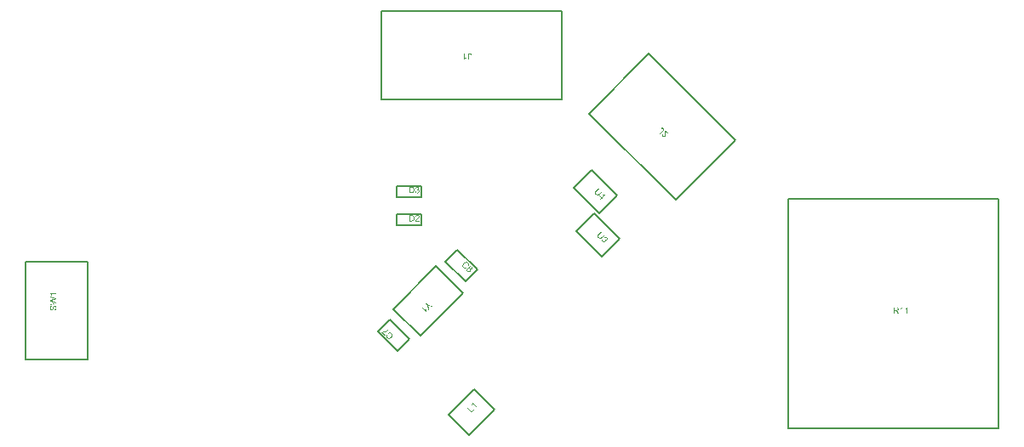
<source format=gbr>
%TF.GenerationSoftware,Altium Limited,Altium Designer,23.6.0 (18)*%
G04 Layer_Color=16711935*
%FSLAX25Y25*%
%MOIN*%
%TF.SameCoordinates,9FC677E3-0757-43A4-AD8A-435CCD31EDD7*%
%TF.FilePolarity,Positive*%
%TF.FileFunction,Other,Top_Assembly*%
%TF.Part,Single*%
G01*
G75*
%TA.AperFunction,NonConductor*%
%ADD61C,0.00787*%
G36*
X59956Y106512D02*
X57987D01*
X57991Y106508D01*
X58005Y106490D01*
X58027Y106468D01*
X58053Y106432D01*
X58085Y106392D01*
X58122Y106341D01*
X58162Y106283D01*
X58202Y106217D01*
Y106213D01*
X58205Y106210D01*
X58220Y106188D01*
X58238Y106151D01*
X58260Y106108D01*
X58286Y106057D01*
X58311Y106002D01*
X58337Y105948D01*
X58358Y105893D01*
X58060D01*
Y105897D01*
X58053Y105904D01*
X58049Y105919D01*
X58038Y105937D01*
X58027Y105959D01*
X58013Y105984D01*
X57976Y106046D01*
X57936Y106119D01*
X57885Y106192D01*
X57827Y106268D01*
X57765Y106344D01*
X57761Y106348D01*
X57758Y106352D01*
X57747Y106363D01*
X57736Y106377D01*
X57700Y106410D01*
X57656Y106454D01*
X57605Y106497D01*
X57547Y106545D01*
X57488Y106585D01*
X57427Y106621D01*
Y106821D01*
X59956D01*
Y106512D01*
D02*
G37*
G36*
Y104779D02*
Y104452D01*
X58038Y103924D01*
X58034D01*
X58027Y103920D01*
X58016Y103917D01*
X57998Y103913D01*
X57958Y103902D01*
X57911Y103891D01*
X57860Y103876D01*
X57812Y103862D01*
X57772Y103851D01*
X57754Y103847D01*
X57743Y103844D01*
X57747D01*
X57750Y103840D01*
X57772Y103837D01*
X57805Y103829D01*
X57845Y103818D01*
X57889Y103807D01*
X57940Y103793D01*
X57991Y103782D01*
X58038Y103767D01*
X59956Y103236D01*
Y102886D01*
X57437Y102228D01*
Y102573D01*
X59090Y102948D01*
X59094D01*
X59101Y102952D01*
X59115Y102956D01*
X59134Y102959D01*
X59159Y102963D01*
X59185Y102970D01*
X59217Y102978D01*
X59254Y102985D01*
X59330Y103003D01*
X59418Y103021D01*
X59512Y103039D01*
X59607Y103058D01*
X59603D01*
X59589Y103061D01*
X59570Y103068D01*
X59541Y103072D01*
X59512Y103079D01*
X59476Y103090D01*
X59396Y103109D01*
X59316Y103130D01*
X59276Y103138D01*
X59239Y103149D01*
X59206Y103156D01*
X59177Y103163D01*
X59156Y103170D01*
X59141Y103174D01*
X57437Y103651D01*
Y104055D01*
X58715Y104412D01*
X58719D01*
X58737Y104419D01*
X58762Y104426D01*
X58795Y104434D01*
X58839Y104444D01*
X58886Y104459D01*
X58941Y104473D01*
X59003Y104488D01*
X59072Y104506D01*
X59141Y104521D01*
X59290Y104554D01*
X59447Y104586D01*
X59607Y104612D01*
X59603D01*
X59596Y104615D01*
X59581D01*
X59563Y104623D01*
X59541Y104626D01*
X59516Y104634D01*
X59483Y104637D01*
X59447Y104648D01*
X59367Y104666D01*
X59272Y104688D01*
X59170Y104710D01*
X59057Y104739D01*
X57437Y105132D01*
Y105471D01*
X59956Y104779D01*
D02*
G37*
G36*
X59323Y101995D02*
X59374Y101987D01*
X59432Y101973D01*
X59494Y101955D01*
X59560Y101926D01*
X59629Y101885D01*
X59632D01*
X59636Y101882D01*
X59658Y101864D01*
X59691Y101838D01*
X59727Y101802D01*
X59771Y101754D01*
X59818Y101696D01*
X59862Y101631D01*
X59902Y101554D01*
Y101551D01*
X59905Y101543D01*
X59909Y101532D01*
X59916Y101518D01*
X59924Y101496D01*
X59935Y101470D01*
X59949Y101412D01*
X59967Y101343D01*
X59986Y101259D01*
X59996Y101168D01*
X60000Y101070D01*
Y101012D01*
X59996Y100983D01*
Y100950D01*
X59993Y100914D01*
X59989Y100870D01*
X59974Y100779D01*
X59960Y100684D01*
X59935Y100590D01*
X59902Y100499D01*
Y100495D01*
X59898Y100488D01*
X59891Y100477D01*
X59884Y100462D01*
X59862Y100419D01*
X59829Y100368D01*
X59785Y100309D01*
X59734Y100248D01*
X59672Y100189D01*
X59603Y100135D01*
X59600D01*
X59592Y100127D01*
X59581Y100124D01*
X59567Y100113D01*
X59549Y100106D01*
X59527Y100095D01*
X59472Y100069D01*
X59403Y100044D01*
X59327Y100022D01*
X59239Y100007D01*
X59148Y100000D01*
X59119Y100313D01*
X59123D01*
X59126D01*
X59137Y100317D01*
X59152D01*
X59185Y100324D01*
X59232Y100335D01*
X59279Y100349D01*
X59334Y100364D01*
X59385Y100389D01*
X59432Y100415D01*
X59436Y100419D01*
X59450Y100429D01*
X59476Y100448D01*
X59501Y100477D01*
X59534Y100513D01*
X59567Y100553D01*
X59600Y100608D01*
X59629Y100666D01*
Y100670D01*
X59632Y100673D01*
X59636Y100684D01*
X59640Y100695D01*
X59651Y100732D01*
X59665Y100779D01*
X59680Y100837D01*
X59691Y100903D01*
X59698Y100976D01*
X59702Y101056D01*
Y101088D01*
X59698Y101125D01*
X59694Y101168D01*
X59687Y101219D01*
X59680Y101278D01*
X59665Y101336D01*
X59647Y101390D01*
X59643Y101398D01*
X59636Y101416D01*
X59622Y101441D01*
X59607Y101474D01*
X59581Y101507D01*
X59556Y101543D01*
X59527Y101580D01*
X59490Y101609D01*
X59487Y101612D01*
X59472Y101620D01*
X59454Y101631D01*
X59425Y101645D01*
X59396Y101660D01*
X59359Y101671D01*
X59319Y101678D01*
X59276Y101682D01*
X59272D01*
X59254D01*
X59232Y101678D01*
X59203Y101674D01*
X59174Y101663D01*
X59137Y101653D01*
X59101Y101634D01*
X59068Y101609D01*
X59065Y101605D01*
X59054Y101594D01*
X59039Y101580D01*
X59017Y101554D01*
X58995Y101525D01*
X58970Y101485D01*
X58944Y101438D01*
X58923Y101383D01*
X58919Y101380D01*
X58915Y101361D01*
X58904Y101332D01*
X58901Y101314D01*
X58894Y101288D01*
X58883Y101263D01*
X58875Y101230D01*
X58864Y101194D01*
X58853Y101150D01*
X58842Y101107D01*
X58828Y101056D01*
X58813Y100997D01*
X58799Y100935D01*
Y100932D01*
X58795Y100921D01*
X58792Y100903D01*
X58784Y100881D01*
X58777Y100852D01*
X58770Y100819D01*
X58748Y100746D01*
X58722Y100666D01*
X58697Y100582D01*
X58671Y100510D01*
X58657Y100477D01*
X58642Y100448D01*
Y100444D01*
X58639Y100440D01*
X58624Y100419D01*
X58606Y100386D01*
X58577Y100349D01*
X58544Y100306D01*
X58504Y100262D01*
X58457Y100218D01*
X58406Y100182D01*
X58398Y100178D01*
X58380Y100167D01*
X58351Y100153D01*
X58315Y100138D01*
X58267Y100124D01*
X58213Y100109D01*
X58154Y100098D01*
X58093Y100095D01*
X58089D01*
X58085D01*
X58074D01*
X58060D01*
X58024Y100102D01*
X57976Y100109D01*
X57922Y100120D01*
X57860Y100138D01*
X57798Y100164D01*
X57736Y100200D01*
X57732D01*
X57729Y100204D01*
X57707Y100222D01*
X57678Y100248D01*
X57641Y100280D01*
X57601Y100324D01*
X57558Y100379D01*
X57518Y100444D01*
X57481Y100517D01*
Y100521D01*
X57477Y100528D01*
X57474Y100539D01*
X57467Y100553D01*
X57459Y100571D01*
X57452Y100597D01*
X57437Y100652D01*
X57423Y100721D01*
X57408Y100801D01*
X57397Y100884D01*
X57394Y100979D01*
Y101026D01*
X57397Y101052D01*
Y101077D01*
X57405Y101147D01*
X57416Y101223D01*
X57434Y101303D01*
X57456Y101390D01*
X57485Y101470D01*
Y101474D01*
X57488Y101481D01*
X57496Y101492D01*
X57503Y101507D01*
X57521Y101543D01*
X57554Y101591D01*
X57590Y101645D01*
X57638Y101700D01*
X57692Y101751D01*
X57754Y101798D01*
X57758D01*
X57761Y101802D01*
X57772Y101809D01*
X57783Y101816D01*
X57820Y101834D01*
X57867Y101856D01*
X57925Y101882D01*
X57994Y101900D01*
X58067Y101918D01*
X58147Y101926D01*
X58173Y101605D01*
X58169D01*
X58162D01*
X58151Y101602D01*
X58133Y101598D01*
X58093Y101587D01*
X58038Y101572D01*
X57980Y101551D01*
X57922Y101518D01*
X57867Y101478D01*
X57816Y101427D01*
X57812Y101420D01*
X57798Y101401D01*
X57776Y101365D01*
X57754Y101318D01*
X57732Y101256D01*
X57710Y101183D01*
X57696Y101092D01*
X57692Y100990D01*
Y100939D01*
X57696Y100917D01*
X57700Y100888D01*
X57707Y100823D01*
X57721Y100750D01*
X57740Y100677D01*
X57769Y100608D01*
X57787Y100579D01*
X57805Y100550D01*
X57809Y100542D01*
X57823Y100528D01*
X57849Y100506D01*
X57878Y100484D01*
X57918Y100459D01*
X57962Y100437D01*
X58013Y100422D01*
X58071Y100415D01*
X58078D01*
X58093D01*
X58118Y100419D01*
X58147Y100426D01*
X58184Y100437D01*
X58220Y100455D01*
X58257Y100477D01*
X58293Y100510D01*
X58297Y100513D01*
X58307Y100531D01*
X58318Y100546D01*
X58326Y100560D01*
X58337Y100582D01*
X58351Y100608D01*
X58362Y100641D01*
X58377Y100677D01*
X58391Y100717D01*
X58409Y100764D01*
X58424Y100815D01*
X58442Y100874D01*
X58457Y100939D01*
X58475Y101012D01*
Y101015D01*
X58478Y101030D01*
X58482Y101052D01*
X58489Y101077D01*
X58497Y101110D01*
X58508Y101150D01*
X58519Y101190D01*
X58530Y101234D01*
X58555Y101329D01*
X58580Y101420D01*
X58595Y101463D01*
X58610Y101503D01*
X58621Y101540D01*
X58635Y101569D01*
Y101572D01*
X58639Y101580D01*
X58646Y101591D01*
X58653Y101605D01*
X58675Y101645D01*
X58704Y101693D01*
X58744Y101747D01*
X58788Y101802D01*
X58839Y101853D01*
X58894Y101896D01*
X58901Y101900D01*
X58919Y101915D01*
X58952Y101929D01*
X58995Y101951D01*
X59046Y101969D01*
X59108Y101987D01*
X59177Y101998D01*
X59250Y102002D01*
X59254D01*
X59258D01*
X59268D01*
X59283D01*
X59323Y101995D01*
D02*
G37*
G36*
X190001Y92329D02*
X189999Y92327D01*
X189991Y92319D01*
X189980Y92309D01*
X189962Y92296D01*
X189942Y92275D01*
X189914Y92252D01*
X189883Y92226D01*
X189849Y92198D01*
X189808Y92167D01*
X189767Y92136D01*
X189715Y92100D01*
X189664Y92064D01*
X189610Y92026D01*
X189548Y91984D01*
X189417Y91905D01*
X189414Y91902D01*
X189401Y91894D01*
X189381Y91884D01*
X189350Y91869D01*
X189316Y91851D01*
X189275Y91830D01*
X189229Y91804D01*
X189175Y91781D01*
X189116Y91753D01*
X189057Y91725D01*
X188920Y91665D01*
X188771Y91609D01*
X188616Y91557D01*
X188611D01*
X188596Y91552D01*
X188575Y91547D01*
X188544Y91537D01*
X188508Y91526D01*
X188462Y91516D01*
X188413Y91503D01*
X188359Y91490D01*
X188235Y91465D01*
X188107Y91439D01*
X187968Y91418D01*
X187831Y91405D01*
X188704Y90533D01*
X188493Y90322D01*
X187340Y91475D01*
X187512Y91647D01*
X187548D01*
X187574Y91653D01*
X187607Y91655D01*
X187649D01*
X187695Y91660D01*
X187749Y91668D01*
X187803Y91676D01*
X187867Y91683D01*
X187937Y91696D01*
X188006Y91709D01*
X188084Y91725D01*
X188163Y91743D01*
X188248Y91766D01*
X188333Y91789D01*
X188338D01*
X188354Y91794D01*
X188377Y91802D01*
X188413Y91812D01*
X188454Y91827D01*
X188501Y91843D01*
X188555Y91861D01*
X188614Y91884D01*
X188681Y91910D01*
X188750Y91933D01*
X188822Y91964D01*
X188897Y91997D01*
X189049Y92067D01*
X189206Y92147D01*
X189208Y92149D01*
X189219Y92154D01*
X189234Y92165D01*
X189255Y92175D01*
X189280Y92190D01*
X189311Y92211D01*
X189347Y92232D01*
X189383Y92257D01*
X189427Y92286D01*
X189473Y92317D01*
X189569Y92386D01*
X189672Y92463D01*
X189777Y92553D01*
X190001Y92329D01*
D02*
G37*
G36*
X190614Y91475D02*
X190629D01*
X190647Y91467D01*
X190670Y91465D01*
X190704Y91457D01*
X190737Y91449D01*
X190778Y91434D01*
X190820Y91418D01*
X190868Y91400D01*
X190917Y91377D01*
X190969Y91351D01*
X191023Y91323D01*
X191077Y91290D01*
X191129Y91248D01*
X191182Y91205D01*
X191237Y91156D01*
X191265Y91127D01*
X191283Y91104D01*
X191306Y91081D01*
X191332Y91050D01*
X191358Y91014D01*
X191388Y90973D01*
X191450Y90886D01*
X191507Y90788D01*
X191556Y90682D01*
X191574Y90628D01*
X191589Y90571D01*
Y90566D01*
X191592Y90559D01*
X191594Y90541D01*
Y90520D01*
X191600Y90494D01*
X191602Y90461D01*
X191605Y90422D01*
Y90381D01*
X191602Y90337D01*
Y90291D01*
X191589Y90185D01*
X191563Y90072D01*
X191525Y89956D01*
X191522Y89954D01*
X191520Y89941D01*
X191509Y89925D01*
X191502Y89902D01*
X191486Y89877D01*
X191468Y89843D01*
X191450Y89804D01*
X191427Y89766D01*
X191401Y89725D01*
X191373Y89676D01*
X191306Y89583D01*
X191226Y89483D01*
X191139Y89385D01*
X191136Y89382D01*
X191126Y89372D01*
X191111Y89357D01*
X191090Y89341D01*
X191064Y89315D01*
X191036Y89292D01*
X191000Y89261D01*
X190961Y89233D01*
X190874Y89171D01*
X190773Y89107D01*
X190665Y89050D01*
X190549Y89007D01*
X190544D01*
X190534Y89001D01*
X190518Y88996D01*
X190495Y88994D01*
X190467Y88986D01*
X190434Y88978D01*
X190354Y88965D01*
X190259Y88958D01*
X190155D01*
X190045Y88965D01*
X189932Y88991D01*
X189927D01*
X189916Y88996D01*
X189901Y89001D01*
X189880Y89007D01*
X189852Y89019D01*
X189823Y89032D01*
X189787Y89048D01*
X189749Y89066D01*
X189708Y89086D01*
X189664Y89109D01*
X189576Y89166D01*
X189481Y89236D01*
X189391Y89315D01*
X189365Y89341D01*
X189350Y89362D01*
X189329Y89388D01*
X189304Y89418D01*
X189278Y89449D01*
X189252Y89490D01*
X189198Y89575D01*
X189144Y89676D01*
X189121Y89730D01*
X189103Y89784D01*
X189090Y89843D01*
X189077Y89902D01*
Y89907D01*
X189075Y89915D01*
X189072Y89933D01*
Y89959D01*
Y89985D01*
Y90021D01*
X189075Y90059D01*
Y90101D01*
X189080Y90147D01*
X189090Y90198D01*
X189098Y90252D01*
X189111Y90306D01*
X189131Y90363D01*
X189149Y90422D01*
X189175Y90479D01*
X189206Y90541D01*
X189491Y90363D01*
X189489Y90360D01*
X189486Y90353D01*
X189481Y90337D01*
X189473Y90319D01*
X189463Y90299D01*
X189450Y90270D01*
X189430Y90209D01*
X189409Y90136D01*
X189394Y90059D01*
X189389Y89977D01*
X189391Y89897D01*
Y89887D01*
X189396Y89861D01*
X189409Y89823D01*
X189425Y89771D01*
X189453Y89712D01*
X189486Y89648D01*
X189535Y89578D01*
X189597Y89511D01*
X189618Y89490D01*
X189633Y89480D01*
X189651Y89462D01*
X189674Y89444D01*
X189731Y89403D01*
X189795Y89359D01*
X189870Y89321D01*
X189955Y89287D01*
X190042Y89267D01*
X190045Y89264D01*
X190053Y89267D01*
X190084Y89261D01*
X190127Y89259D01*
X190186Y89261D01*
X190259Y89267D01*
X190333Y89279D01*
X190416Y89305D01*
X190500Y89339D01*
X190503Y89341D01*
X190511Y89344D01*
X190521Y89349D01*
X190536Y89359D01*
X190557Y89369D01*
X190580Y89382D01*
X190632Y89418D01*
X190693Y89460D01*
X190760Y89506D01*
X190827Y89562D01*
X190897Y89627D01*
X190899Y89629D01*
X190907Y89637D01*
X190920Y89650D01*
X190935Y89666D01*
X190951Y89686D01*
X190974Y89709D01*
X190997Y89737D01*
X191023Y89768D01*
X191077Y89838D01*
X191131Y89918D01*
X191182Y90000D01*
X191229Y90088D01*
X191231Y90090D01*
X191234Y90098D01*
X191237Y90111D01*
X191244Y90129D01*
X191260Y90175D01*
X191273Y90234D01*
X191286Y90304D01*
X191293Y90384D01*
X191291Y90463D01*
X191278Y90548D01*
X191275Y90551D01*
X191273Y90559D01*
X191270Y90571D01*
X191265Y90587D01*
X191257Y90605D01*
X191250Y90628D01*
X191229Y90680D01*
X191198Y90741D01*
X191159Y90806D01*
X191113Y90873D01*
X191056Y90934D01*
X191038Y90952D01*
X191020Y90965D01*
X191002Y90983D01*
X190982Y90999D01*
X190925Y91035D01*
X190858Y91076D01*
X190784Y91109D01*
X190699Y91138D01*
X190655Y91151D01*
X190609Y91156D01*
X190583D01*
X190565Y91158D01*
X190542Y91156D01*
X190513Y91153D01*
X190482D01*
X190449Y91145D01*
X190410Y91138D01*
X190367Y91130D01*
X190325Y91120D01*
X190279Y91104D01*
X190233Y91084D01*
X190184Y91061D01*
X190132Y91035D01*
X190081Y91004D01*
X189903Y91300D01*
X189906Y91302D01*
X189919Y91310D01*
X189939Y91321D01*
X189968Y91333D01*
X189999Y91349D01*
X190037Y91367D01*
X190081Y91385D01*
X190130Y91403D01*
X190238Y91439D01*
X190356Y91465D01*
X190421Y91472D01*
X190485Y91480D01*
X190547D01*
X190614Y91475D01*
D02*
G37*
G36*
X221878Y200962D02*
X221907Y200958D01*
X221936Y200955D01*
X222012Y200940D01*
X222092Y200918D01*
X222176Y200886D01*
X222220Y200864D01*
X222260Y200838D01*
X222296Y200809D01*
X222333Y200776D01*
X222336Y200773D01*
X222340Y200769D01*
X222347Y200754D01*
X222358Y200740D01*
X222373Y200722D01*
X222387Y200696D01*
X222402Y200667D01*
X222420Y200634D01*
X222434Y200598D01*
X222449Y200554D01*
X222464Y200511D01*
X222478Y200460D01*
X222485Y200405D01*
X222496Y200343D01*
X222500Y200281D01*
Y200212D01*
X222198Y200168D01*
Y200172D01*
Y200179D01*
Y200194D01*
X222194Y200216D01*
X222191Y200238D01*
Y200263D01*
X222180Y200325D01*
X222169Y200391D01*
X222147Y200456D01*
X222125Y200514D01*
X222111Y200540D01*
X222092Y200562D01*
X222089Y200565D01*
X222074Y200576D01*
X222052Y200594D01*
X222023Y200612D01*
X221983Y200634D01*
X221939Y200649D01*
X221885Y200663D01*
X221827Y200667D01*
X221805D01*
X221783Y200663D01*
X221750Y200660D01*
X221717Y200653D01*
X221681Y200645D01*
X221645Y200631D01*
X221608Y200612D01*
X221605Y200609D01*
X221594Y200602D01*
X221579Y200587D01*
X221557Y200572D01*
X221539Y200547D01*
X221517Y200521D01*
X221499Y200492D01*
X221484Y200456D01*
Y200452D01*
X221477Y200438D01*
X221474Y200412D01*
X221466Y200380D01*
X221459Y200336D01*
X221455Y200281D01*
X221448Y200216D01*
Y200139D01*
Y198403D01*
X221113D01*
Y200121D01*
Y200125D01*
Y200136D01*
Y200150D01*
Y200172D01*
X221117Y200201D01*
Y200230D01*
X221124Y200300D01*
X221131Y200380D01*
X221146Y200463D01*
X221168Y200540D01*
X221193Y200612D01*
Y200616D01*
X221197Y200620D01*
X221208Y200642D01*
X221226Y200671D01*
X221252Y200711D01*
X221288Y200751D01*
X221328Y200795D01*
X221379Y200838D01*
X221437Y200875D01*
X221444Y200878D01*
X221466Y200889D01*
X221499Y200904D01*
X221546Y200918D01*
X221605Y200937D01*
X221670Y200951D01*
X221743Y200962D01*
X221823Y200966D01*
X221856D01*
X221878Y200962D01*
D02*
G37*
G36*
X219839Y198953D02*
X219843Y198956D01*
X219861Y198971D01*
X219883Y198993D01*
X219919Y199018D01*
X219959Y199051D01*
X220010Y199087D01*
X220069Y199127D01*
X220134Y199168D01*
X220138D01*
X220141Y199171D01*
X220163Y199186D01*
X220199Y199204D01*
X220243Y199226D01*
X220294Y199251D01*
X220349Y199277D01*
X220403Y199302D01*
X220458Y199324D01*
Y199025D01*
X220454D01*
X220447Y199018D01*
X220432Y199015D01*
X220414Y199004D01*
X220392Y198993D01*
X220367Y198978D01*
X220305Y198942D01*
X220232Y198902D01*
X220160Y198851D01*
X220083Y198793D01*
X220007Y198731D01*
X220003Y198727D01*
X219999Y198723D01*
X219988Y198713D01*
X219974Y198702D01*
X219941Y198665D01*
X219897Y198621D01*
X219854Y198571D01*
X219806Y198512D01*
X219766Y198454D01*
X219730Y198392D01*
X219530D01*
Y200922D01*
X219839D01*
Y198953D01*
D02*
G37*
G36*
X205567Y102290D02*
X207281Y101950D01*
X206995Y101664D01*
X206105Y101855D01*
X206102Y101858D01*
X206092D01*
X206079Y101860D01*
X206064Y101865D01*
X206041Y101868D01*
X206015Y101873D01*
X205953Y101889D01*
X205878Y101907D01*
X205796Y101927D01*
X205709Y101948D01*
X205621Y101973D01*
X205624Y101971D01*
X205626Y101963D01*
X205629Y101950D01*
X205631Y101932D01*
X205636Y101912D01*
X205642Y101886D01*
X205657Y101824D01*
X205675Y101750D01*
X205696Y101662D01*
X205716Y101564D01*
X205739Y101459D01*
X205922Y100591D01*
X205647Y100316D01*
X205330Y102053D01*
X204576Y102807D01*
X204813Y103044D01*
X205567Y102290D01*
D02*
G37*
G36*
X204530Y99976D02*
Y99981D01*
X204532Y100004D01*
Y100035D01*
X204540Y100079D01*
X204545Y100130D01*
X204555Y100192D01*
X204568Y100262D01*
X204586Y100336D01*
X204589Y100339D01*
Y100344D01*
X204594Y100370D01*
X204607Y100408D01*
X204622Y100455D01*
X204640Y100509D01*
X204661Y100566D01*
X204681Y100622D01*
X204705Y100676D01*
X204916Y100465D01*
X204913Y100462D01*
Y100452D01*
X204905Y100439D01*
X204900Y100419D01*
X204892Y100396D01*
X204885Y100367D01*
X204867Y100298D01*
X204844Y100218D01*
X204828Y100130D01*
X204815Y100035D01*
X204805Y99937D01*
Y99932D01*
Y99927D01*
Y99912D01*
X204802Y99894D01*
X204805Y99845D01*
Y99783D01*
X204810Y99716D01*
X204818Y99642D01*
X204831Y99572D01*
X204849Y99502D01*
X204707Y99361D01*
X202918Y101150D01*
X203137Y101369D01*
X204530Y99976D01*
D02*
G37*
G36*
X201327Y148583D02*
X201374Y148576D01*
X201432Y148565D01*
X201498Y148547D01*
X201564Y148525D01*
X201629Y148496D01*
X201633D01*
X201636Y148492D01*
X201658Y148481D01*
X201691Y148460D01*
X201727Y148434D01*
X201771Y148398D01*
X201815Y148358D01*
X201858Y148310D01*
X201895Y148256D01*
X201898Y148249D01*
X201909Y148230D01*
X201924Y148197D01*
X201942Y148158D01*
X201960Y148110D01*
X201975Y148056D01*
X201986Y147994D01*
X201989Y147932D01*
Y147924D01*
Y147903D01*
X201986Y147873D01*
X201978Y147834D01*
X201968Y147786D01*
X201949Y147735D01*
X201927Y147684D01*
X201898Y147633D01*
X201895Y147626D01*
X201884Y147611D01*
X201862Y147586D01*
X201833Y147557D01*
X201796Y147524D01*
X201753Y147488D01*
X201702Y147455D01*
X201640Y147422D01*
X201644D01*
X201651Y147418D01*
X201662Y147415D01*
X201676Y147411D01*
X201716Y147397D01*
X201767Y147375D01*
X201826Y147346D01*
X201884Y147309D01*
X201938Y147262D01*
X201989Y147207D01*
X201993Y147200D01*
X202008Y147178D01*
X202029Y147142D01*
X202051Y147095D01*
X202073Y147036D01*
X202095Y146967D01*
X202110Y146887D01*
X202113Y146800D01*
Y146796D01*
Y146785D01*
Y146767D01*
X202110Y146745D01*
X202106Y146716D01*
X202099Y146683D01*
X202091Y146647D01*
X202084Y146607D01*
X202055Y146519D01*
X202033Y146472D01*
X202011Y146429D01*
X201982Y146381D01*
X201949Y146334D01*
X201913Y146286D01*
X201869Y146243D01*
X201866Y146239D01*
X201858Y146232D01*
X201844Y146221D01*
X201826Y146206D01*
X201804Y146188D01*
X201775Y146170D01*
X201742Y146148D01*
X201702Y146130D01*
X201662Y146108D01*
X201614Y146086D01*
X201567Y146068D01*
X201513Y146050D01*
X201454Y146035D01*
X201392Y146024D01*
X201330Y146017D01*
X201261Y146013D01*
X201229D01*
X201207Y146017D01*
X201178Y146021D01*
X201145Y146024D01*
X201109Y146032D01*
X201068Y146039D01*
X200981Y146061D01*
X200890Y146097D01*
X200843Y146119D01*
X200799Y146144D01*
X200755Y146177D01*
X200712Y146210D01*
X200708Y146214D01*
X200701Y146221D01*
X200690Y146232D01*
X200679Y146247D01*
X200661Y146265D01*
X200643Y146290D01*
X200621Y146316D01*
X200599Y146348D01*
X200577Y146385D01*
X200555Y146421D01*
X200515Y146509D01*
X200482Y146610D01*
X200471Y146665D01*
X200464Y146723D01*
X200774Y146763D01*
Y146760D01*
X200777Y146752D01*
X200781Y146738D01*
X200784Y146720D01*
X200788Y146698D01*
X200795Y146672D01*
X200814Y146618D01*
X200839Y146552D01*
X200872Y146490D01*
X200908Y146432D01*
X200952Y146381D01*
X200959Y146378D01*
X200974Y146363D01*
X201003Y146345D01*
X201039Y146326D01*
X201083Y146305D01*
X201138Y146286D01*
X201200Y146272D01*
X201265Y146268D01*
X201287D01*
X201301Y146272D01*
X201341Y146276D01*
X201392Y146286D01*
X201451Y146305D01*
X201513Y146330D01*
X201574Y146367D01*
X201633Y146417D01*
X201640Y146425D01*
X201658Y146447D01*
X201680Y146479D01*
X201709Y146523D01*
X201738Y146578D01*
X201760Y146640D01*
X201778Y146712D01*
X201785Y146792D01*
Y146796D01*
Y146803D01*
Y146814D01*
X201782Y146829D01*
X201778Y146869D01*
X201767Y146916D01*
X201753Y146975D01*
X201727Y147033D01*
X201691Y147091D01*
X201644Y147145D01*
X201636Y147153D01*
X201618Y147167D01*
X201589Y147189D01*
X201549Y147215D01*
X201498Y147240D01*
X201436Y147262D01*
X201367Y147277D01*
X201290Y147284D01*
X201258D01*
X201232Y147280D01*
X201200Y147277D01*
X201163Y147269D01*
X201119Y147262D01*
X201072Y147251D01*
X201109Y147524D01*
X201127D01*
X201141Y147520D01*
X201189D01*
X201229Y147528D01*
X201276Y147535D01*
X201330Y147546D01*
X201392Y147564D01*
X201451Y147590D01*
X201513Y147622D01*
X201516D01*
X201520Y147626D01*
X201538Y147641D01*
X201564Y147666D01*
X201593Y147699D01*
X201622Y147746D01*
X201647Y147801D01*
X201665Y147863D01*
X201673Y147899D01*
Y147939D01*
Y147943D01*
Y147946D01*
Y147968D01*
X201665Y147997D01*
X201658Y148037D01*
X201644Y148081D01*
X201625Y148128D01*
X201596Y148176D01*
X201556Y148219D01*
X201553Y148223D01*
X201534Y148238D01*
X201509Y148256D01*
X201476Y148278D01*
X201432Y148296D01*
X201381Y148314D01*
X201323Y148328D01*
X201258Y148332D01*
X201229D01*
X201196Y148325D01*
X201152Y148318D01*
X201105Y148303D01*
X201058Y148285D01*
X201007Y148256D01*
X200959Y148219D01*
X200956Y148216D01*
X200941Y148197D01*
X200919Y148172D01*
X200894Y148136D01*
X200868Y148088D01*
X200843Y148030D01*
X200821Y147961D01*
X200806Y147881D01*
X200497Y147935D01*
Y147939D01*
X200501Y147950D01*
X200504Y147965D01*
X200508Y147986D01*
X200515Y148012D01*
X200526Y148041D01*
X200548Y148110D01*
X200584Y148190D01*
X200628Y148270D01*
X200683Y148347D01*
X200752Y148416D01*
X200755Y148419D01*
X200763Y148423D01*
X200774Y148431D01*
X200788Y148441D01*
X200806Y148456D01*
X200832Y148470D01*
X200857Y148485D01*
X200890Y148503D01*
X200963Y148532D01*
X201047Y148562D01*
X201145Y148580D01*
X201196Y148587D01*
X201287D01*
X201327Y148583D01*
D02*
G37*
G36*
X199081Y148572D02*
X199154Y148569D01*
X199227Y148562D01*
X199299Y148551D01*
X199361Y148540D01*
X199365D01*
X199372Y148536D01*
X199383D01*
X199398Y148529D01*
X199438Y148518D01*
X199489Y148500D01*
X199547Y148474D01*
X199609Y148441D01*
X199671Y148405D01*
X199729Y148358D01*
X199733Y148354D01*
X199736Y148350D01*
X199747Y148339D01*
X199762Y148328D01*
X199798Y148292D01*
X199842Y148241D01*
X199889Y148179D01*
X199940Y148107D01*
X199987Y148023D01*
X200027Y147928D01*
Y147924D01*
X200031Y147917D01*
X200038Y147903D01*
X200042Y147881D01*
X200053Y147855D01*
X200060Y147826D01*
X200067Y147793D01*
X200078Y147753D01*
X200089Y147713D01*
X200097Y147666D01*
X200115Y147564D01*
X200126Y147451D01*
X200129Y147327D01*
Y147324D01*
Y147317D01*
Y147298D01*
Y147280D01*
X200126Y147255D01*
Y147226D01*
X200122Y147157D01*
X200111Y147076D01*
X200100Y146993D01*
X200082Y146905D01*
X200060Y146818D01*
Y146814D01*
X200057Y146807D01*
X200053Y146796D01*
X200049Y146782D01*
X200035Y146741D01*
X200013Y146690D01*
X199991Y146632D01*
X199962Y146574D01*
X199925Y146512D01*
X199889Y146454D01*
X199885Y146447D01*
X199871Y146429D01*
X199849Y146403D01*
X199820Y146370D01*
X199787Y146334D01*
X199747Y146297D01*
X199707Y146257D01*
X199660Y146225D01*
X199653Y146221D01*
X199638Y146210D01*
X199612Y146195D01*
X199576Y146177D01*
X199532Y146156D01*
X199481Y146137D01*
X199423Y146115D01*
X199358Y146097D01*
X199350D01*
X199339Y146094D01*
X199328Y146090D01*
X199292Y146086D01*
X199241Y146079D01*
X199183Y146072D01*
X199114Y146064D01*
X199037Y146061D01*
X198954Y146057D01*
X198047D01*
Y148576D01*
X199015D01*
X199081Y148572D01*
D02*
G37*
G36*
X201356Y137540D02*
X201385Y137536D01*
X201421Y137532D01*
X201462Y137525D01*
X201502Y137518D01*
X201596Y137492D01*
X201691Y137456D01*
X201738Y137434D01*
X201785Y137409D01*
X201829Y137376D01*
X201869Y137339D01*
X201873Y137336D01*
X201880Y137332D01*
X201887Y137318D01*
X201902Y137303D01*
X201920Y137285D01*
X201938Y137259D01*
X201957Y137234D01*
X201978Y137201D01*
X202015Y137132D01*
X202051Y137045D01*
X202066Y137001D01*
X202073Y136950D01*
X202080Y136899D01*
X202084Y136844D01*
Y136837D01*
Y136819D01*
X202080Y136790D01*
X202077Y136750D01*
X202069Y136706D01*
X202055Y136655D01*
X202040Y136600D01*
X202018Y136546D01*
X202015Y136539D01*
X202008Y136521D01*
X201993Y136491D01*
X201971Y136451D01*
X201942Y136408D01*
X201906Y136353D01*
X201862Y136298D01*
X201811Y136237D01*
X201804Y136229D01*
X201785Y136207D01*
X201767Y136189D01*
X201749Y136171D01*
X201727Y136149D01*
X201698Y136120D01*
X201669Y136091D01*
X201633Y136058D01*
X201596Y136022D01*
X201553Y135982D01*
X201505Y135942D01*
X201454Y135894D01*
X201396Y135847D01*
X201338Y135796D01*
X201334Y135793D01*
X201327Y135785D01*
X201312Y135774D01*
X201294Y135760D01*
X201272Y135738D01*
X201247Y135716D01*
X201189Y135669D01*
X201127Y135614D01*
X201068Y135559D01*
X201017Y135512D01*
X200996Y135494D01*
X200977Y135476D01*
X200974Y135472D01*
X200963Y135461D01*
X200948Y135447D01*
X200930Y135425D01*
X200912Y135399D01*
X200890Y135374D01*
X200846Y135312D01*
X202088D01*
Y135013D01*
X200417D01*
Y135017D01*
Y135032D01*
Y135054D01*
X200420Y135083D01*
X200424Y135115D01*
X200431Y135152D01*
X200439Y135188D01*
X200453Y135228D01*
Y135232D01*
X200457Y135236D01*
X200464Y135257D01*
X200479Y135290D01*
X200501Y135334D01*
X200530Y135385D01*
X200566Y135443D01*
X200606Y135501D01*
X200657Y135563D01*
Y135567D01*
X200664Y135570D01*
X200683Y135592D01*
X200715Y135625D01*
X200763Y135672D01*
X200817Y135727D01*
X200886Y135793D01*
X200970Y135865D01*
X201061Y135942D01*
X201065Y135945D01*
X201079Y135956D01*
X201101Y135975D01*
X201127Y135996D01*
X201159Y136025D01*
X201200Y136058D01*
X201239Y136095D01*
X201287Y136135D01*
X201378Y136222D01*
X201469Y136309D01*
X201513Y136353D01*
X201553Y136397D01*
X201589Y136437D01*
X201618Y136477D01*
Y136480D01*
X201625Y136484D01*
X201633Y136495D01*
X201640Y136510D01*
X201665Y136550D01*
X201694Y136597D01*
X201720Y136655D01*
X201746Y136717D01*
X201760Y136786D01*
X201767Y136852D01*
Y136855D01*
Y136859D01*
X201764Y136881D01*
X201760Y136917D01*
X201749Y136957D01*
X201735Y137008D01*
X201709Y137059D01*
X201676Y137110D01*
X201633Y137161D01*
X201625Y137168D01*
X201607Y137183D01*
X201582Y137201D01*
X201542Y137227D01*
X201491Y137249D01*
X201432Y137270D01*
X201363Y137285D01*
X201287Y137288D01*
X201265D01*
X201250Y137285D01*
X201207Y137281D01*
X201156Y137270D01*
X201101Y137256D01*
X201039Y137230D01*
X200981Y137197D01*
X200926Y137154D01*
X200919Y137146D01*
X200905Y137128D01*
X200883Y137099D01*
X200861Y137056D01*
X200835Y137005D01*
X200814Y136939D01*
X200799Y136866D01*
X200792Y136783D01*
X200475Y136815D01*
Y136819D01*
X200479Y136830D01*
Y136848D01*
X200482Y136873D01*
X200490Y136903D01*
X200497Y136935D01*
X200508Y136976D01*
X200519Y137015D01*
X200548Y137103D01*
X200592Y137190D01*
X200617Y137234D01*
X200650Y137278D01*
X200683Y137318D01*
X200719Y137354D01*
X200723Y137358D01*
X200730Y137361D01*
X200741Y137372D01*
X200759Y137383D01*
X200781Y137398D01*
X200806Y137412D01*
X200835Y137431D01*
X200872Y137449D01*
X200912Y137467D01*
X200956Y137485D01*
X201003Y137500D01*
X201054Y137514D01*
X201109Y137525D01*
X201167Y137536D01*
X201229Y137540D01*
X201294Y137543D01*
X201330D01*
X201356Y137540D01*
D02*
G37*
G36*
X199081Y137529D02*
X199154Y137525D01*
X199227Y137518D01*
X199299Y137507D01*
X199361Y137496D01*
X199365D01*
X199372Y137492D01*
X199383D01*
X199398Y137485D01*
X199438Y137474D01*
X199489Y137456D01*
X199547Y137431D01*
X199609Y137398D01*
X199671Y137361D01*
X199729Y137314D01*
X199733Y137310D01*
X199736Y137307D01*
X199747Y137296D01*
X199762Y137285D01*
X199798Y137249D01*
X199842Y137197D01*
X199889Y137136D01*
X199940Y137063D01*
X199987Y136979D01*
X200027Y136884D01*
Y136881D01*
X200031Y136873D01*
X200038Y136859D01*
X200042Y136837D01*
X200053Y136812D01*
X200060Y136783D01*
X200067Y136750D01*
X200078Y136710D01*
X200089Y136670D01*
X200097Y136622D01*
X200115Y136521D01*
X200126Y136408D01*
X200129Y136284D01*
Y136280D01*
Y136273D01*
Y136255D01*
Y136237D01*
X200126Y136211D01*
Y136182D01*
X200122Y136113D01*
X200111Y136033D01*
X200100Y135949D01*
X200082Y135862D01*
X200060Y135774D01*
Y135771D01*
X200057Y135763D01*
X200053Y135752D01*
X200049Y135738D01*
X200035Y135698D01*
X200013Y135647D01*
X199991Y135589D01*
X199962Y135530D01*
X199925Y135468D01*
X199889Y135410D01*
X199885Y135403D01*
X199871Y135385D01*
X199849Y135359D01*
X199820Y135327D01*
X199787Y135290D01*
X199747Y135254D01*
X199707Y135214D01*
X199660Y135181D01*
X199653Y135177D01*
X199638Y135166D01*
X199612Y135152D01*
X199576Y135134D01*
X199532Y135112D01*
X199481Y135094D01*
X199423Y135072D01*
X199358Y135054D01*
X199350D01*
X199339Y135050D01*
X199328Y135046D01*
X199292Y135043D01*
X199241Y135035D01*
X199183Y135028D01*
X199114Y135021D01*
X199037Y135017D01*
X198954Y135013D01*
X198047D01*
Y137532D01*
X199015D01*
X199081Y137529D01*
D02*
G37*
G36*
X220417Y119093D02*
X220528Y119085D01*
X220641Y119059D01*
X220647D01*
X220657Y119054D01*
X220672Y119049D01*
X220693Y119044D01*
X220721Y119031D01*
X220749Y119018D01*
X220785Y119003D01*
X220824Y118985D01*
X220865Y118964D01*
X220909Y118941D01*
X220997Y118884D01*
X221092Y118815D01*
X221182Y118735D01*
X221208Y118709D01*
X221223Y118689D01*
X221244Y118663D01*
X221269Y118632D01*
X221295Y118601D01*
X221321Y118560D01*
X221375Y118475D01*
X221429Y118375D01*
X221452Y118321D01*
X221470Y118267D01*
X221483Y118208D01*
X221496Y118148D01*
Y118143D01*
X221498Y118135D01*
X221501Y118117D01*
Y118092D01*
Y118066D01*
Y118030D01*
X221498Y117991D01*
Y117950D01*
X221493Y117904D01*
X221483Y117852D01*
X221475Y117798D01*
X221462Y117744D01*
X221442Y117687D01*
X221424Y117628D01*
X221398Y117572D01*
X221367Y117510D01*
X221081Y117687D01*
X221084Y117690D01*
X221087Y117698D01*
X221092Y117713D01*
X221099Y117731D01*
X221110Y117752D01*
X221123Y117780D01*
X221143Y117842D01*
X221164Y117914D01*
X221179Y117991D01*
X221184Y118074D01*
X221182Y118153D01*
Y118164D01*
X221177Y118189D01*
X221164Y118228D01*
X221148Y118280D01*
X221120Y118339D01*
X221087Y118403D01*
X221038Y118473D01*
X220976Y118540D01*
X220955Y118560D01*
X220940Y118570D01*
X220922Y118588D01*
X220899Y118606D01*
X220842Y118648D01*
X220778Y118691D01*
X220703Y118730D01*
X220618Y118763D01*
X220531Y118784D01*
X220528Y118787D01*
X220520Y118784D01*
X220490Y118789D01*
X220446Y118792D01*
X220387Y118789D01*
X220315Y118784D01*
X220240Y118771D01*
X220158Y118745D01*
X220073Y118712D01*
X220070Y118709D01*
X220062Y118707D01*
X220052Y118702D01*
X220037Y118691D01*
X220016Y118681D01*
X219993Y118668D01*
X219941Y118632D01*
X219880Y118591D01*
X219813Y118545D01*
X219746Y118488D01*
X219676Y118424D01*
X219674Y118421D01*
X219666Y118413D01*
X219653Y118401D01*
X219638Y118385D01*
X219622Y118365D01*
X219599Y118341D01*
X219576Y118313D01*
X219550Y118282D01*
X219496Y118213D01*
X219442Y118133D01*
X219391Y118051D01*
X219344Y117963D01*
X219342Y117960D01*
X219339Y117953D01*
X219336Y117940D01*
X219329Y117922D01*
X219313Y117875D01*
X219300Y117816D01*
X219287Y117747D01*
X219280Y117667D01*
X219282Y117587D01*
X219295Y117502D01*
X219298Y117500D01*
X219300Y117492D01*
X219303Y117479D01*
X219308Y117464D01*
X219316Y117446D01*
X219324Y117422D01*
X219344Y117371D01*
X219375Y117309D01*
X219414Y117245D01*
X219460Y117178D01*
X219517Y117116D01*
X219535Y117098D01*
X219553Y117085D01*
X219571Y117067D01*
X219591Y117052D01*
X219648Y117016D01*
X219715Y116975D01*
X219789Y116941D01*
X219874Y116913D01*
X219918Y116900D01*
X219965Y116895D01*
X219970D01*
X219975D01*
X219990D01*
X220008Y116892D01*
X220031Y116895D01*
X220060Y116897D01*
X220091D01*
X220124Y116905D01*
X220163Y116913D01*
X220206Y116920D01*
X220248Y116931D01*
X220294Y116946D01*
X220340Y116967D01*
X220389Y116990D01*
X220441Y117016D01*
X220492Y117047D01*
X220670Y116751D01*
X220667Y116748D01*
X220654Y116740D01*
X220634Y116730D01*
X220605Y116717D01*
X220574Y116702D01*
X220536Y116684D01*
X220492Y116666D01*
X220443Y116648D01*
X220335Y116612D01*
X220217Y116586D01*
X220152Y116578D01*
X220088Y116570D01*
X220026D01*
X219959Y116576D01*
X219954D01*
X219944D01*
X219926Y116583D01*
X219903Y116586D01*
X219869Y116594D01*
X219836Y116601D01*
X219795Y116617D01*
X219753Y116632D01*
X219705Y116650D01*
X219656Y116673D01*
X219604Y116699D01*
X219550Y116727D01*
X219496Y116761D01*
X219444Y116802D01*
X219391Y116846D01*
X219336Y116895D01*
X219308Y116923D01*
X219290Y116946D01*
X219267Y116969D01*
X219241Y117000D01*
X219215Y117036D01*
X219185Y117078D01*
X219123Y117165D01*
X219066Y117263D01*
X219017Y117368D01*
X218999Y117422D01*
X218984Y117479D01*
Y117484D01*
X218981Y117492D01*
X218979Y117510D01*
Y117531D01*
X218973Y117556D01*
X218971Y117590D01*
X218968Y117628D01*
Y117669D01*
X218971Y117713D01*
Y117760D01*
X218984Y117865D01*
X219010Y117978D01*
X219048Y118094D01*
X219051Y118097D01*
X219053Y118110D01*
X219064Y118125D01*
X219071Y118148D01*
X219087Y118174D01*
X219105Y118208D01*
X219123Y118246D01*
X219146Y118285D01*
X219172Y118326D01*
X219200Y118375D01*
X219267Y118467D01*
X219347Y118568D01*
X219434Y118666D01*
X219437Y118668D01*
X219447Y118678D01*
X219463Y118694D01*
X219483Y118709D01*
X219509Y118735D01*
X219537Y118758D01*
X219573Y118789D01*
X219612Y118817D01*
X219699Y118879D01*
X219800Y118944D01*
X219908Y119000D01*
X220024Y119044D01*
X220029D01*
X220039Y119049D01*
X220055Y119054D01*
X220078Y119057D01*
X220106Y119065D01*
X220140Y119072D01*
X220219Y119085D01*
X220315Y119093D01*
X220417D01*
D02*
G37*
G36*
X222165Y117392D02*
X222201Y117386D01*
X222248Y117381D01*
X222291Y117374D01*
X222340Y117361D01*
X222394Y117348D01*
X222448Y117325D01*
X222505Y117304D01*
X222562Y117273D01*
X222618Y117237D01*
X222672Y117193D01*
X222726Y117145D01*
X222747Y117124D01*
X222760Y117106D01*
X222778Y117088D01*
X222796Y117065D01*
X222834Y117006D01*
X222875Y116938D01*
X222912Y116861D01*
X222937Y116774D01*
X222948Y116727D01*
X222953Y116681D01*
Y116676D01*
Y116671D01*
Y116655D01*
Y116640D01*
Y116614D01*
X222948Y116588D01*
X222940Y116524D01*
X222922Y116449D01*
X222891Y116367D01*
X222850Y116280D01*
X222793Y116192D01*
X222556Y116393D01*
X222559Y116395D01*
Y116401D01*
X222572Y116419D01*
X222587Y116449D01*
X222605Y116488D01*
X222626Y116529D01*
X222641Y116576D01*
X222652Y116622D01*
X222657Y116663D01*
Y116673D01*
Y116694D01*
X222654Y116727D01*
X222646Y116771D01*
X222628Y116820D01*
X222608Y116872D01*
X222574Y116926D01*
X222533Y116977D01*
X222515Y116995D01*
X222492Y117013D01*
X222464Y117031D01*
X222425Y117054D01*
X222384Y117075D01*
X222340Y117093D01*
X222289Y117103D01*
X222281Y117106D01*
X222258Y117108D01*
X222222D01*
X222173Y117106D01*
X222116Y117101D01*
X222052Y117093D01*
X221980Y117072D01*
X221903Y117047D01*
X221900Y117044D01*
X221892Y117042D01*
X221882Y117036D01*
X221867Y117031D01*
X221849Y117018D01*
X221825Y117006D01*
X221800Y116990D01*
X221769Y116969D01*
X221733Y116949D01*
X221697Y116923D01*
X221658Y116895D01*
X221620Y116861D01*
X221573Y116825D01*
X221529Y116787D01*
X221480Y116743D01*
X221434Y116697D01*
X221439D01*
X221465Y116702D01*
X221504Y116704D01*
X221552Y116707D01*
X221609Y116712D01*
X221671Y116707D01*
X221735Y116699D01*
X221802Y116684D01*
X221805Y116681D01*
X221810D01*
X221833Y116673D01*
X221864Y116658D01*
X221908Y116640D01*
X221954Y116614D01*
X222003Y116581D01*
X222054Y116545D01*
X222103Y116501D01*
X222124Y116480D01*
X222137Y116462D01*
X222155Y116439D01*
X222173Y116416D01*
X222193Y116385D01*
X222212Y116352D01*
X222253Y116274D01*
X222271Y116231D01*
X222284Y116182D01*
X222296Y116133D01*
X222309Y116079D01*
X222314Y116022D01*
Y115966D01*
Y115961D01*
Y115950D01*
Y115935D01*
X222309Y115914D01*
X222304Y115883D01*
X222299Y115852D01*
X222289Y115816D01*
X222278Y115775D01*
X222266Y115731D01*
X222248Y115688D01*
X222224Y115639D01*
X222201Y115590D01*
X222170Y115543D01*
X222134Y115492D01*
X222096Y115443D01*
X222052Y115394D01*
X222049Y115392D01*
X222044Y115386D01*
X222036Y115379D01*
X222024Y115366D01*
X222006Y115353D01*
X221990Y115338D01*
X221941Y115304D01*
X221885Y115263D01*
X221820Y115224D01*
X221746Y115186D01*
X221666Y115157D01*
X221663Y115155D01*
X221658D01*
X221645Y115152D01*
X221630Y115147D01*
X221589Y115137D01*
X221532Y115127D01*
X221468Y115119D01*
X221398Y115116D01*
X221321Y115121D01*
X221246Y115134D01*
X221244Y115137D01*
X221238D01*
X221226Y115139D01*
X221213Y115147D01*
X221174Y115160D01*
X221128Y115181D01*
X221069Y115209D01*
X221009Y115247D01*
X220945Y115291D01*
X220883Y115348D01*
X220870Y115361D01*
X220860Y115376D01*
X220840Y115397D01*
X220819Y115422D01*
X220798Y115453D01*
X220775Y115492D01*
X220752Y115531D01*
X220726Y115577D01*
X220703Y115626D01*
X220683Y115677D01*
X220665Y115737D01*
X220652Y115796D01*
X220641Y115858D01*
X220636Y115924D01*
X220639Y115994D01*
Y115999D01*
X220641Y116012D01*
X220644Y116030D01*
X220652Y116058D01*
X220659Y116097D01*
X220672Y116136D01*
X220690Y116184D01*
X220711Y116236D01*
X220737Y116298D01*
X220770Y116362D01*
X220811Y116429D01*
X220858Y116501D01*
X220912Y116581D01*
X220976Y116661D01*
X221048Y116743D01*
X221128Y116828D01*
X221130Y116830D01*
X221133Y116833D01*
X221141Y116841D01*
X221151Y116851D01*
X221179Y116874D01*
X221215Y116910D01*
X221259Y116949D01*
X221313Y116993D01*
X221372Y117042D01*
X221439Y117093D01*
X221509Y117142D01*
X221586Y117193D01*
X221663Y117240D01*
X221743Y117283D01*
X221825Y117320D01*
X221908Y117350D01*
X221990Y117376D01*
X222070Y117389D01*
X222075D01*
X222085D01*
X222106D01*
X222134Y117392D01*
X222165D01*
D02*
G37*
G36*
X224629Y62273D02*
X224410Y62054D01*
X223017Y63447D01*
Y63442D01*
X223015Y63419D01*
Y63388D01*
X223007Y63344D01*
X223002Y63292D01*
X222992Y63231D01*
X222979Y63161D01*
X222961Y63086D01*
X222958Y63084D01*
Y63079D01*
X222953Y63053D01*
X222940Y63014D01*
X222925Y62968D01*
X222907Y62914D01*
X222886Y62857D01*
X222866Y62801D01*
X222842Y62747D01*
X222631Y62958D01*
X222634Y62960D01*
Y62971D01*
X222642Y62984D01*
X222647Y63004D01*
X222654Y63027D01*
X222662Y63056D01*
X222680Y63125D01*
X222703Y63205D01*
X222719Y63292D01*
X222732Y63388D01*
X222742Y63485D01*
Y63491D01*
Y63496D01*
Y63511D01*
X222744Y63529D01*
X222742Y63578D01*
Y63640D01*
X222737Y63707D01*
X222729Y63781D01*
X222716Y63851D01*
X222698Y63920D01*
X222840Y64062D01*
X224629Y62273D01*
D02*
G37*
G36*
X222526Y60592D02*
X223403Y61470D01*
X223615Y61259D01*
X222500Y60145D01*
X220719Y61926D01*
X220956Y62163D01*
X222526Y60592D01*
D02*
G37*
G36*
X272525Y147806D02*
X271495Y146776D01*
X271493Y146774D01*
X271485Y146766D01*
X271472Y146753D01*
X271457Y146738D01*
X271441Y146717D01*
X271418Y146694D01*
X271372Y146642D01*
X271320Y146581D01*
X271271Y146516D01*
X271228Y146452D01*
X271210Y146424D01*
X271194Y146393D01*
X271192Y146385D01*
X271184Y146367D01*
X271179Y146336D01*
X271168Y146295D01*
X271161Y146251D01*
X271158Y146197D01*
X271161Y146138D01*
X271174Y146079D01*
X271176Y146071D01*
X271181Y146050D01*
X271197Y146019D01*
X271217Y145978D01*
X271240Y145929D01*
X271279Y145875D01*
X271320Y145819D01*
X271372Y145762D01*
X271397Y145736D01*
X271415Y145723D01*
X271439Y145700D01*
X271464Y145680D01*
X271531Y145633D01*
X271606Y145584D01*
X271686Y145546D01*
X271771Y145518D01*
X271814Y145510D01*
X271858Y145507D01*
X271863D01*
X271868D01*
X271881Y145510D01*
X271899Y145512D01*
X271922Y145520D01*
X271948Y145525D01*
X271982Y145538D01*
X272015Y145551D01*
X272054Y145569D01*
X272095Y145595D01*
X272144Y145623D01*
X272193Y145657D01*
X272247Y145695D01*
X272301Y145739D01*
X272363Y145790D01*
X272422Y145850D01*
X273451Y146879D01*
X273688Y146642D01*
X272659Y145613D01*
X272656Y145610D01*
X272646Y145600D01*
X272633Y145587D01*
X272615Y145569D01*
X272589Y145548D01*
X272563Y145523D01*
X272530Y145494D01*
X272496Y145466D01*
X272419Y145404D01*
X272337Y145343D01*
X272252Y145289D01*
X272208Y145265D01*
X272167Y145245D01*
X272164Y145242D01*
X272157Y145240D01*
X272144Y145237D01*
X272128Y145232D01*
X272085Y145219D01*
X272025Y145206D01*
X271953Y145196D01*
X271876Y145191D01*
X271786Y145193D01*
X271691Y145211D01*
X271688Y145214D01*
X271678D01*
X271668Y145219D01*
X271647Y145224D01*
X271624Y145232D01*
X271596Y145245D01*
X271567Y145258D01*
X271531Y145273D01*
X271493Y145291D01*
X271454Y145314D01*
X271413Y145340D01*
X271367Y145371D01*
X271323Y145404D01*
X271276Y145440D01*
X271179Y145528D01*
X271156Y145551D01*
X271140Y145572D01*
X271119Y145592D01*
X271096Y145621D01*
X271071Y145651D01*
X271045Y145682D01*
X270991Y145757D01*
X270937Y145842D01*
X270890Y145929D01*
X270854Y146022D01*
X270852Y146025D01*
Y146035D01*
X270849Y146048D01*
X270844Y146063D01*
X270836Y146112D01*
X270831Y146174D01*
X270829Y146249D01*
X270834Y146326D01*
X270849Y146413D01*
X270878Y146498D01*
X270880Y146501D01*
X270883Y146509D01*
X270890Y146521D01*
X270898Y146539D01*
X270908Y146560D01*
X270924Y146586D01*
X270939Y146617D01*
X270962Y146650D01*
X270988Y146686D01*
X271014Y146727D01*
X271045Y146768D01*
X271078Y146812D01*
X271117Y146861D01*
X271161Y146910D01*
X271207Y146961D01*
X271258Y147013D01*
X272288Y148043D01*
X272525Y147806D01*
D02*
G37*
G36*
X274911Y145420D02*
X273758Y144267D01*
X274000Y144025D01*
X273799Y143824D01*
X273557Y144066D01*
X273130Y143639D01*
X272911Y143858D01*
X273338Y144285D01*
X272563Y145059D01*
X272764Y145260D01*
X274733Y145597D01*
X274911Y145420D01*
D02*
G37*
G36*
X273525Y130806D02*
X272495Y129776D01*
X272493Y129774D01*
X272485Y129766D01*
X272472Y129753D01*
X272457Y129738D01*
X272441Y129717D01*
X272418Y129694D01*
X272372Y129642D01*
X272320Y129581D01*
X272271Y129516D01*
X272228Y129452D01*
X272210Y129424D01*
X272194Y129393D01*
X272192Y129385D01*
X272184Y129367D01*
X272179Y129336D01*
X272168Y129295D01*
X272161Y129251D01*
X272158Y129197D01*
X272161Y129138D01*
X272174Y129079D01*
X272176Y129071D01*
X272181Y129050D01*
X272197Y129019D01*
X272217Y128978D01*
X272240Y128929D01*
X272279Y128875D01*
X272320Y128819D01*
X272372Y128762D01*
X272397Y128736D01*
X272415Y128724D01*
X272439Y128700D01*
X272464Y128680D01*
X272531Y128633D01*
X272606Y128585D01*
X272686Y128546D01*
X272771Y128518D01*
X272814Y128510D01*
X272858Y128507D01*
X272863D01*
X272868D01*
X272881Y128510D01*
X272899Y128512D01*
X272922Y128520D01*
X272948Y128525D01*
X272982Y128538D01*
X273015Y128551D01*
X273054Y128569D01*
X273095Y128595D01*
X273144Y128623D01*
X273193Y128657D01*
X273247Y128695D01*
X273301Y128739D01*
X273363Y128790D01*
X273422Y128850D01*
X274451Y129879D01*
X274688Y129642D01*
X273659Y128613D01*
X273656Y128610D01*
X273646Y128600D01*
X273633Y128587D01*
X273615Y128569D01*
X273589Y128549D01*
X273563Y128523D01*
X273530Y128494D01*
X273496Y128466D01*
X273419Y128404D01*
X273337Y128343D01*
X273252Y128288D01*
X273208Y128265D01*
X273167Y128245D01*
X273164Y128242D01*
X273157Y128240D01*
X273144Y128237D01*
X273128Y128232D01*
X273085Y128219D01*
X273025Y128206D01*
X272953Y128196D01*
X272876Y128191D01*
X272786Y128193D01*
X272691Y128211D01*
X272688Y128214D01*
X272678D01*
X272668Y128219D01*
X272647Y128224D01*
X272624Y128232D01*
X272596Y128245D01*
X272567Y128258D01*
X272531Y128273D01*
X272493Y128291D01*
X272454Y128314D01*
X272413Y128340D01*
X272366Y128371D01*
X272323Y128404D01*
X272276Y128440D01*
X272179Y128528D01*
X272155Y128551D01*
X272140Y128572D01*
X272119Y128592D01*
X272096Y128621D01*
X272071Y128651D01*
X272045Y128682D01*
X271991Y128757D01*
X271937Y128842D01*
X271890Y128929D01*
X271854Y129022D01*
X271852Y129025D01*
Y129035D01*
X271849Y129048D01*
X271844Y129063D01*
X271836Y129112D01*
X271831Y129174D01*
X271829Y129249D01*
X271834Y129326D01*
X271849Y129413D01*
X271878Y129498D01*
X271880Y129501D01*
X271883Y129508D01*
X271890Y129521D01*
X271898Y129539D01*
X271908Y129560D01*
X271924Y129586D01*
X271939Y129617D01*
X271962Y129650D01*
X271988Y129686D01*
X272014Y129727D01*
X272045Y129769D01*
X272078Y129812D01*
X272117Y129861D01*
X272161Y129910D01*
X272207Y129962D01*
X272258Y130013D01*
X273288Y131043D01*
X273525Y130806D01*
D02*
G37*
G36*
X275084Y129019D02*
X275090D01*
X275097Y129017D01*
X275110Y129014D01*
X275128Y129012D01*
X275151Y129009D01*
X275180Y129001D01*
X275208Y128994D01*
X275244Y128983D01*
X275316Y128953D01*
X275396Y128914D01*
X275478Y128857D01*
X275519Y128826D01*
X275584Y128762D01*
X275610Y128731D01*
X275638Y128693D01*
X275671Y128644D01*
X275705Y128585D01*
X275736Y128523D01*
X275761Y128456D01*
X275764Y128453D01*
Y128448D01*
X275772Y128425D01*
X275780Y128386D01*
X275787Y128343D01*
X275792Y128286D01*
X275795Y128227D01*
X275792Y128162D01*
X275780Y128098D01*
X275777Y128090D01*
X275772Y128070D01*
X275759Y128036D01*
X275743Y127995D01*
X275723Y127949D01*
X275694Y127900D01*
X275658Y127848D01*
X275617Y127802D01*
X275612Y127797D01*
X275597Y127781D01*
X275573Y127763D01*
X275540Y127740D01*
X275499Y127715D01*
X275450Y127691D01*
X275398Y127671D01*
X275342Y127655D01*
X275334Y127653D01*
X275316Y127650D01*
X275283Y127648D01*
X275241D01*
X275193Y127650D01*
X275136Y127655D01*
X275077Y127668D01*
X275010Y127689D01*
X275012Y127686D01*
X275015Y127679D01*
X275020Y127668D01*
X275028Y127655D01*
X275046Y127617D01*
X275066Y127565D01*
X275087Y127504D01*
X275102Y127437D01*
X275108Y127365D01*
X275105Y127290D01*
X275102Y127282D01*
X275097Y127256D01*
X275087Y127215D01*
X275069Y127166D01*
X275043Y127110D01*
X275010Y127045D01*
X274963Y126978D01*
X274904Y126914D01*
X274902Y126911D01*
X274894Y126904D01*
X274881Y126891D01*
X274863Y126878D01*
X274840Y126860D01*
X274812Y126842D01*
X274781Y126821D01*
X274747Y126798D01*
X274665Y126757D01*
X274616Y126739D01*
X274570Y126724D01*
X274516Y126711D01*
X274459Y126700D01*
X274400Y126693D01*
X274338D01*
X274333D01*
X274323D01*
X274305Y126695D01*
X274282Y126698D01*
X274253Y126700D01*
X274220Y126708D01*
X274181Y126716D01*
X274140Y126731D01*
X274096Y126744D01*
X274047Y126762D01*
X274001Y126783D01*
X273949Y126809D01*
X273898Y126839D01*
X273847Y126875D01*
X273798Y126914D01*
X273746Y126960D01*
X273723Y126984D01*
X273710Y127002D01*
X273692Y127025D01*
X273672Y127050D01*
X273651Y127081D01*
X273628Y127115D01*
X273581Y127192D01*
X273543Y127282D01*
X273525Y127331D01*
X273512Y127380D01*
X273504Y127434D01*
X273496Y127488D01*
Y127493D01*
Y127504D01*
Y127519D01*
X273499Y127537D01*
Y127563D01*
X273504Y127594D01*
X273507Y127627D01*
X273515Y127666D01*
X273525Y127707D01*
X273535Y127748D01*
X273569Y127838D01*
X273617Y127933D01*
X273648Y127980D01*
X273684Y128026D01*
X273931Y127836D01*
X273929Y127833D01*
X273926Y127825D01*
X273919Y127812D01*
X273908Y127797D01*
X273895Y127779D01*
X273883Y127756D01*
X273857Y127704D01*
X273829Y127640D01*
X273808Y127573D01*
X273792Y127506D01*
X273787Y127439D01*
X273790Y127431D01*
Y127411D01*
X273798Y127377D01*
X273810Y127339D01*
X273826Y127292D01*
X273852Y127241D01*
X273885Y127187D01*
X273929Y127138D01*
X273944Y127123D01*
X273957Y127115D01*
X273988Y127089D01*
X274032Y127061D01*
X274086Y127032D01*
X274148Y127007D01*
X274217Y126989D01*
X274294Y126984D01*
X274305D01*
X274333Y126986D01*
X274372Y126994D01*
X274423Y127004D01*
X274482Y127022D01*
X274541Y127050D01*
X274606Y127089D01*
X274668Y127141D01*
X274670Y127143D01*
X274675Y127148D01*
X274683Y127156D01*
X274691Y127169D01*
X274716Y127200D01*
X274742Y127241D01*
X274773Y127292D01*
X274796Y127352D01*
X274812Y127419D01*
X274817Y127491D01*
Y127501D01*
X274814Y127524D01*
X274809Y127560D01*
X274799Y127606D01*
X274781Y127661D01*
X274752Y127720D01*
X274714Y127779D01*
X274665Y127838D01*
X274642Y127861D01*
X274621Y127877D01*
X274595Y127897D01*
X274565Y127918D01*
X274529Y127944D01*
X274487Y127969D01*
X274706Y128137D01*
X274719Y128124D01*
X274727Y128111D01*
X274760Y128077D01*
X274794Y128054D01*
X274832Y128026D01*
X274879Y127995D01*
X274935Y127964D01*
X274994Y127941D01*
X275061Y127920D01*
X275064Y127918D01*
X275069D01*
X275092Y127915D01*
X275128D01*
X275172Y127918D01*
X275226Y127931D01*
X275283Y127951D01*
X275339Y127982D01*
X275370Y128003D01*
X275398Y128031D01*
X275401Y128034D01*
X275404Y128036D01*
X275419Y128052D01*
X275435Y128077D01*
X275458Y128111D01*
X275478Y128152D01*
X275499Y128198D01*
X275512Y128252D01*
X275514Y128312D01*
Y128317D01*
X275512Y128340D01*
X275507Y128371D01*
X275499Y128410D01*
X275481Y128453D01*
X275458Y128502D01*
X275427Y128554D01*
X275383Y128603D01*
X275362Y128623D01*
X275334Y128641D01*
X275298Y128667D01*
X275254Y128690D01*
X275208Y128711D01*
X275151Y128726D01*
X275092Y128734D01*
X275087D01*
X275064Y128731D01*
X275030Y128729D01*
X274987Y128721D01*
X274935Y128706D01*
X274876Y128682D01*
X274812Y128649D01*
X274745Y128603D01*
X274565Y128860D01*
X274567Y128863D01*
X274577Y128868D01*
X274590Y128875D01*
X274608Y128888D01*
X274632Y128901D01*
X274660Y128914D01*
X274724Y128947D01*
X274806Y128978D01*
X274894Y129004D01*
X274987Y129019D01*
X275084D01*
D02*
G37*
G36*
X299694Y169595D02*
X299483Y169384D01*
X298605Y170261D01*
X298592Y170186D01*
X298590Y170153D01*
X298585Y170122D01*
X298582Y170094D01*
Y170073D01*
Y170058D01*
Y170053D01*
Y170027D01*
X298585Y169999D01*
X298587Y169929D01*
X298590Y169849D01*
X298595Y169767D01*
X298603Y169692D01*
X298605Y169659D01*
Y169628D01*
X298608Y169605D01*
X298610Y169587D01*
Y169577D01*
Y169571D01*
X298616Y169494D01*
X298623Y169420D01*
X298626Y169350D01*
X298631Y169288D01*
X298634Y169229D01*
Y169178D01*
X298636Y169129D01*
Y169088D01*
Y169046D01*
Y169015D01*
Y168990D01*
Y168964D01*
X298634Y168936D01*
Y168925D01*
X298626Y168845D01*
X298618Y168776D01*
X298605Y168712D01*
X298595Y168660D01*
X298582Y168616D01*
X298572Y168586D01*
X298564Y168568D01*
X298562Y168560D01*
X298538Y168506D01*
X298510Y168457D01*
X298484Y168411D01*
X298459Y168375D01*
X298433Y168344D01*
X298415Y168321D01*
X298402Y168308D01*
X298397Y168302D01*
X298356Y168266D01*
X298314Y168236D01*
X298273Y168205D01*
X298232Y168184D01*
X298145Y168148D01*
X298070Y168125D01*
X298031Y168117D01*
X298001Y168112D01*
X297970Y168107D01*
X297923D01*
X297908Y168102D01*
X297900Y168104D01*
X297895D01*
X297841Y168107D01*
X297787Y168115D01*
X297735Y168130D01*
X297687Y168148D01*
X297594Y168189D01*
X297509Y168238D01*
X297476Y168261D01*
X297442Y168284D01*
X297414Y168308D01*
X297391Y168326D01*
X297370Y168341D01*
X297344Y168367D01*
X297300Y168416D01*
X297259Y168462D01*
X297226Y168511D01*
X297195Y168557D01*
X297169Y168604D01*
X297146Y168647D01*
X297128Y168691D01*
X297113Y168732D01*
X297100Y168771D01*
X297092Y168804D01*
X297084Y168833D01*
X297079Y168858D01*
X297074Y168879D01*
Y168894D01*
X297071Y168902D01*
Y168907D01*
Y168959D01*
X297077Y169010D01*
X297084Y169064D01*
X297097Y169113D01*
X297128Y169206D01*
X297169Y169288D01*
X297190Y169324D01*
X297210Y169360D01*
X297228Y169389D01*
X297244Y169414D01*
X297259Y169435D01*
X297272Y169448D01*
X297277Y169458D01*
X297280Y169461D01*
X297527Y169260D01*
X297473Y169196D01*
X297432Y169134D01*
X297401Y169072D01*
X297383Y169018D01*
X297367Y168972D01*
X297362Y168936D01*
X297360Y168912D01*
Y168902D01*
X297367Y168833D01*
X297385Y168768D01*
X297411Y168707D01*
X297439Y168658D01*
X297468Y168614D01*
X297496Y168580D01*
X297504Y168568D01*
X297519Y168552D01*
X297576Y168501D01*
X297635Y168462D01*
X297692Y168436D01*
X297743Y168416D01*
X297790Y168405D01*
X297820Y168400D01*
X297844Y168398D01*
X297854D01*
X297921Y168403D01*
X297980Y168416D01*
X298034Y168434D01*
X298080Y168459D01*
X298116Y168480D01*
X298145Y168503D01*
X298163Y168516D01*
X298165Y168519D01*
X298168Y168521D01*
X298209Y168573D01*
X298248Y168632D01*
X298273Y168694D01*
X298296Y168753D01*
X298309Y168807D01*
X298320Y168853D01*
X298325Y168869D01*
X298327Y168882D01*
X298325Y168889D01*
X298327Y168892D01*
X298335Y168941D01*
X298338Y168995D01*
X298340Y169054D01*
Y169116D01*
X298338Y169242D01*
X298335Y169368D01*
X298330Y169430D01*
X298327Y169484D01*
X298322Y169535D01*
X298320Y169579D01*
X298317Y169613D01*
X298314Y169641D01*
X298312Y169659D01*
Y169664D01*
X298302Y169782D01*
X298294Y169893D01*
X298291Y169988D01*
Y170066D01*
Y170133D01*
Y170179D01*
X298294Y170207D01*
X298291Y170215D01*
X298294Y170217D01*
X298302Y170297D01*
X298314Y170367D01*
X298330Y170434D01*
X298345Y170490D01*
X298361Y170537D01*
X298374Y170570D01*
X298384Y170591D01*
Y170596D01*
X298387Y170598D01*
X298405Y170637D01*
X298425Y170668D01*
X298446Y170699D01*
X298466Y170724D01*
X298484Y170748D01*
X298500Y170763D01*
X298510Y170773D01*
X298513Y170776D01*
X299694Y169595D01*
D02*
G37*
G36*
X297331Y171798D02*
X297378Y171793D01*
X297424Y171782D01*
X297470Y171767D01*
X297553Y171731D01*
X297625Y171690D01*
X297689Y171646D01*
X297712Y171628D01*
X297735Y171610D01*
X297753Y171597D01*
X297777Y171574D01*
X297831Y171515D01*
X297874Y171455D01*
X297910Y171399D01*
X297939Y171345D01*
X297962Y171301D01*
X297975Y171268D01*
X297983Y171244D01*
X297985Y171237D01*
X298001Y171170D01*
X298006Y171103D01*
X298003Y171044D01*
X298001Y170990D01*
X297990Y170943D01*
X297983Y170910D01*
X297975Y170887D01*
Y170881D01*
X297972Y170879D01*
X297939Y170809D01*
X297900Y170740D01*
X297851Y170670D01*
X297800Y170609D01*
X297756Y170555D01*
X297735Y170534D01*
X297717Y170511D01*
X297702Y170495D01*
X297692Y170485D01*
X297684Y170477D01*
X297681Y170475D01*
X296466Y169260D01*
X296230Y169497D01*
X297457Y170724D01*
X297512Y170779D01*
X297553Y170830D01*
X297589Y170871D01*
X297614Y170907D01*
X297633Y170935D01*
X297648Y170956D01*
X297653Y170972D01*
X297656Y170974D01*
X297671Y171010D01*
X297679Y171044D01*
X297681Y171077D01*
X297687Y171108D01*
X297681Y171134D01*
Y171154D01*
X297679Y171167D01*
Y171172D01*
X297666Y171211D01*
X297651Y171247D01*
X297630Y171278D01*
X297612Y171306D01*
X297591Y171332D01*
X297578Y171350D01*
X297563Y171365D01*
X297519Y171404D01*
X297470Y171432D01*
X297429Y171453D01*
X297385Y171466D01*
X297352Y171474D01*
X297324Y171476D01*
X297306Y171479D01*
X297300D01*
X297272Y171476D01*
X297244Y171468D01*
X297187Y171443D01*
X297125Y171412D01*
X297071Y171373D01*
X297020Y171337D01*
X297002Y171319D01*
X296984Y171306D01*
X296966Y171293D01*
X296955Y171283D01*
X296950Y171278D01*
X296948Y171275D01*
X296765Y171520D01*
X296814Y171569D01*
X296860Y171610D01*
X296912Y171646D01*
X296955Y171679D01*
X297002Y171705D01*
X297043Y171726D01*
X297084Y171746D01*
X297120Y171762D01*
X297156Y171772D01*
X297187Y171782D01*
X297216Y171790D01*
X297239Y171793D01*
X297257Y171795D01*
X297272Y171800D01*
X297282D01*
X297331Y171798D01*
D02*
G37*
G36*
X393289Y98819D02*
X392979D01*
Y100788D01*
X392976Y100785D01*
X392957Y100770D01*
X392936Y100748D01*
X392899Y100723D01*
X392859Y100690D01*
X392808Y100653D01*
X392750Y100613D01*
X392684Y100573D01*
X392681D01*
X392677Y100570D01*
X392655Y100555D01*
X392619Y100537D01*
X392575Y100515D01*
X392524Y100490D01*
X392470Y100464D01*
X392415Y100439D01*
X392360Y100417D01*
Y100715D01*
X392364D01*
X392371Y100723D01*
X392386Y100726D01*
X392404Y100737D01*
X392426Y100748D01*
X392452Y100763D01*
X392513Y100799D01*
X392586Y100839D01*
X392659Y100890D01*
X392735Y100948D01*
X392812Y101010D01*
X392815Y101014D01*
X392819Y101017D01*
X392830Y101028D01*
X392845Y101039D01*
X392877Y101076D01*
X392921Y101119D01*
X392965Y101170D01*
X393012Y101228D01*
X393052Y101287D01*
X393089Y101349D01*
X393289D01*
Y98819D01*
D02*
G37*
G36*
X391330D02*
X391021D01*
Y100788D01*
X391017Y100785D01*
X390999Y100770D01*
X390977Y100748D01*
X390941Y100723D01*
X390901Y100690D01*
X390850Y100653D01*
X390792Y100613D01*
X390726Y100573D01*
X390722D01*
X390719Y100570D01*
X390697Y100555D01*
X390661Y100537D01*
X390617Y100515D01*
X390566Y100490D01*
X390511Y100464D01*
X390457Y100439D01*
X390402Y100417D01*
Y100715D01*
X390406D01*
X390413Y100723D01*
X390428Y100726D01*
X390446Y100737D01*
X390468Y100748D01*
X390493Y100763D01*
X390555Y100799D01*
X390628Y100839D01*
X390701Y100890D01*
X390777Y100948D01*
X390854Y101010D01*
X390857Y101014D01*
X390861Y101017D01*
X390872Y101028D01*
X390886Y101039D01*
X390919Y101076D01*
X390963Y101119D01*
X391006Y101170D01*
X391054Y101228D01*
X391094Y101287D01*
X391130Y101349D01*
X391330D01*
Y98819D01*
D02*
G37*
G36*
X388953Y101334D02*
X388986D01*
X389063Y101330D01*
X389143Y101320D01*
X389230Y101309D01*
X389310Y101290D01*
X389350Y101279D01*
X389383Y101269D01*
X389387D01*
X389390Y101265D01*
X389412Y101254D01*
X389445Y101239D01*
X389485Y101214D01*
X389528Y101181D01*
X389576Y101137D01*
X389619Y101087D01*
X389663Y101028D01*
Y101025D01*
X389667Y101021D01*
X389681Y100999D01*
X389696Y100963D01*
X389718Y100916D01*
X389736Y100861D01*
X389754Y100795D01*
X389765Y100726D01*
X389769Y100650D01*
Y100646D01*
Y100639D01*
Y100624D01*
X389765Y100606D01*
Y100581D01*
X389761Y100555D01*
X389747Y100493D01*
X389725Y100420D01*
X389696Y100344D01*
X389652Y100268D01*
X389623Y100231D01*
X389594Y100195D01*
X389590Y100191D01*
X389587Y100188D01*
X389576Y100177D01*
X389561Y100166D01*
X389543Y100151D01*
X389521Y100136D01*
X389492Y100118D01*
X389463Y100096D01*
X389427Y100078D01*
X389387Y100060D01*
X389343Y100038D01*
X389296Y100020D01*
X389241Y100005D01*
X389186Y99987D01*
X389124Y99976D01*
X389059Y99965D01*
X389066Y99962D01*
X389081Y99954D01*
X389103Y99940D01*
X389132Y99925D01*
X389197Y99885D01*
X389230Y99860D01*
X389259Y99838D01*
X389266Y99831D01*
X389285Y99813D01*
X389314Y99783D01*
X389350Y99747D01*
X389390Y99696D01*
X389438Y99642D01*
X389485Y99576D01*
X389536Y99503D01*
X389969Y98819D01*
X389554D01*
X389223Y99343D01*
Y99347D01*
X389215Y99354D01*
X389208Y99365D01*
X389197Y99379D01*
X389172Y99419D01*
X389139Y99470D01*
X389099Y99525D01*
X389059Y99583D01*
X389019Y99638D01*
X388983Y99689D01*
X388979Y99692D01*
X388968Y99707D01*
X388950Y99729D01*
X388924Y99754D01*
X388870Y99809D01*
X388841Y99834D01*
X388811Y99856D01*
X388808Y99860D01*
X388801Y99863D01*
X388786Y99871D01*
X388764Y99882D01*
X388742Y99893D01*
X388717Y99904D01*
X388659Y99922D01*
X388655D01*
X388648Y99925D01*
X388633D01*
X388615Y99929D01*
X388589Y99933D01*
X388560D01*
X388520Y99936D01*
X388091D01*
Y98819D01*
X387756D01*
Y101338D01*
X388924D01*
X388953Y101334D01*
D02*
G37*
%LPC*%
G36*
X198965Y148278D02*
X198382D01*
Y146356D01*
X198979D01*
X199005Y146359D01*
X199059Y146363D01*
X199121Y146367D01*
X199187Y146374D01*
X199252Y146385D01*
X199307Y146399D01*
X199314Y146403D01*
X199332Y146407D01*
X199358Y146417D01*
X199390Y146432D01*
X199427Y146454D01*
X199463Y146476D01*
X199500Y146501D01*
X199536Y146530D01*
X199540Y146538D01*
X199554Y146552D01*
X199576Y146578D01*
X199601Y146614D01*
X199631Y146661D01*
X199663Y146716D01*
X199692Y146778D01*
X199718Y146847D01*
Y146851D01*
X199722Y146858D01*
X199725Y146869D01*
X199729Y146883D01*
X199733Y146902D01*
X199740Y146927D01*
X199747Y146953D01*
X199754Y146982D01*
X199765Y147055D01*
X199776Y147138D01*
X199784Y147233D01*
X199787Y147335D01*
Y147338D01*
Y147353D01*
Y147371D01*
X199784Y147400D01*
Y147433D01*
X199780Y147469D01*
X199776Y147513D01*
X199773Y147557D01*
X199754Y147655D01*
X199733Y147757D01*
X199700Y147852D01*
X199678Y147899D01*
X199656Y147939D01*
Y147943D01*
X199649Y147950D01*
X199642Y147961D01*
X199634Y147976D01*
X199605Y148012D01*
X199569Y148056D01*
X199521Y148103D01*
X199467Y148150D01*
X199405Y148190D01*
X199339Y148223D01*
X199332Y148227D01*
X199314Y148230D01*
X199281Y148241D01*
X199234Y148252D01*
X199176Y148259D01*
X199103Y148270D01*
X199059Y148274D01*
X199012D01*
X198965Y148278D01*
D02*
G37*
G36*
Y137234D02*
X198382D01*
Y135312D01*
X198979D01*
X199005Y135316D01*
X199059Y135319D01*
X199121Y135323D01*
X199187Y135330D01*
X199252Y135341D01*
X199307Y135356D01*
X199314Y135359D01*
X199332Y135363D01*
X199358Y135374D01*
X199390Y135388D01*
X199427Y135410D01*
X199463Y135432D01*
X199500Y135458D01*
X199536Y135487D01*
X199540Y135494D01*
X199554Y135509D01*
X199576Y135534D01*
X199601Y135570D01*
X199631Y135618D01*
X199663Y135672D01*
X199692Y135734D01*
X199718Y135803D01*
Y135807D01*
X199722Y135814D01*
X199725Y135825D01*
X199729Y135840D01*
X199733Y135858D01*
X199740Y135883D01*
X199747Y135909D01*
X199754Y135938D01*
X199765Y136011D01*
X199776Y136095D01*
X199784Y136189D01*
X199787Y136291D01*
Y136295D01*
Y136309D01*
Y136328D01*
X199784Y136357D01*
Y136389D01*
X199780Y136426D01*
X199776Y136469D01*
X199773Y136513D01*
X199754Y136611D01*
X199733Y136713D01*
X199700Y136808D01*
X199678Y136855D01*
X199656Y136895D01*
Y136899D01*
X199649Y136906D01*
X199642Y136917D01*
X199634Y136932D01*
X199605Y136968D01*
X199569Y137012D01*
X199521Y137059D01*
X199467Y137107D01*
X199405Y137146D01*
X199339Y137179D01*
X199332Y137183D01*
X199314Y137187D01*
X199281Y137197D01*
X199234Y137208D01*
X199176Y137216D01*
X199103Y137227D01*
X199059Y137230D01*
X199012D01*
X198965Y137234D01*
D02*
G37*
G36*
X221496Y116496D02*
X221473Y116493D01*
X221432Y116488D01*
X221380Y116473D01*
X221323Y116452D01*
X221257Y116421D01*
X221192Y116377D01*
X221125Y116321D01*
X221120Y116316D01*
X221107Y116303D01*
X221087Y116277D01*
X221061Y116246D01*
X221033Y116208D01*
X221007Y116161D01*
X220979Y116112D01*
X220955Y116058D01*
X220953Y116051D01*
X220948Y116030D01*
X220940Y116002D01*
X220932Y115963D01*
X220927Y115922D01*
X220922Y115870D01*
X220924Y115822D01*
X220932Y115767D01*
X220935Y115760D01*
X220940Y115744D01*
X220948Y115716D01*
X220963Y115685D01*
X220979Y115649D01*
X220999Y115608D01*
X221027Y115569D01*
X221061Y115531D01*
X221074Y115518D01*
X221087Y115510D01*
X221115Y115487D01*
X221156Y115461D01*
X221208Y115441D01*
X221267Y115417D01*
X221336Y115404D01*
X221372Y115399D01*
X221411Y115402D01*
X221413Y115404D01*
X221421Y115402D01*
X221447Y115407D01*
X221488Y115417D01*
X221542Y115430D01*
X221604Y115456D01*
X221671Y115492D01*
X221740Y115541D01*
X221815Y115605D01*
X221818Y115608D01*
X221823Y115613D01*
X221833Y115623D01*
X221843Y115639D01*
X221859Y115654D01*
X221874Y115675D01*
X221908Y115724D01*
X221944Y115780D01*
X221975Y115847D01*
X221995Y115919D01*
X222006Y115997D01*
Y116007D01*
Y116033D01*
X222000Y116069D01*
X221993Y116118D01*
X221977Y116174D01*
X221952Y116231D01*
X221916Y116293D01*
X221867Y116352D01*
X221851Y116367D01*
X221838Y116375D01*
X221810Y116398D01*
X221766Y116426D01*
X221715Y116452D01*
X221650Y116475D01*
X221583Y116491D01*
X221506Y116496D01*
X221496D01*
D02*
G37*
G36*
X274337Y145283D02*
X272978Y145047D01*
X273539Y144485D01*
X274337Y145283D01*
D02*
G37*
G36*
X388884Y101057D02*
X388091D01*
Y100224D01*
X388841D01*
X388884Y100227D01*
X388935Y100231D01*
X388994Y100235D01*
X389052Y100242D01*
X389110Y100253D01*
X389161Y100268D01*
X389168Y100271D01*
X389183Y100278D01*
X389205Y100289D01*
X389234Y100304D01*
X389266Y100326D01*
X389299Y100351D01*
X389332Y100384D01*
X389357Y100420D01*
X389361Y100424D01*
X389368Y100439D01*
X389379Y100461D01*
X389394Y100490D01*
X389405Y100522D01*
X389416Y100559D01*
X389423Y100602D01*
X389427Y100646D01*
Y100650D01*
Y100653D01*
X389423Y100675D01*
X389419Y100708D01*
X389412Y100752D01*
X389394Y100795D01*
X389372Y100846D01*
X389339Y100894D01*
X389296Y100941D01*
X389288Y100945D01*
X389270Y100959D01*
X389241Y100977D01*
X389194Y100999D01*
X389139Y101021D01*
X389066Y101039D01*
X388983Y101054D01*
X388884Y101057D01*
D02*
G37*
%LPD*%
D61*
X47795Y80905D02*
Y119095D01*
X72205D01*
Y80905D02*
Y119095D01*
X47795Y80905D02*
X72205D01*
X185809Y91850D02*
X193604Y84056D01*
X185809Y91850D02*
X190542Y96583D01*
X198337Y88788D01*
X193604Y84056D02*
X198337Y88788D01*
X187067Y182961D02*
X257933D01*
X187067D02*
Y217488D01*
X257933D01*
Y182961D02*
Y217488D01*
X202438Y90090D02*
X219141Y106794D01*
X191859Y100669D02*
X202438Y90090D01*
X191859Y100669D02*
X208562Y117372D01*
X219141Y106794D01*
X193126Y148920D02*
X202969D01*
Y144589D02*
Y148920D01*
X193126Y144589D02*
X202969D01*
X193126D02*
Y148920D01*
Y137920D02*
X202969D01*
Y133589D02*
Y137920D01*
X193126Y133589D02*
X202969D01*
X193126D02*
Y137920D01*
X216969Y123995D02*
X224764Y116200D01*
X220031Y111468D02*
X224764Y116200D01*
X212236Y119262D02*
X220031Y111468D01*
X212236Y119262D02*
X216969Y123995D01*
X213452Y59170D02*
X223474Y69192D01*
X231548Y61119D01*
X221526Y51097D02*
X231548Y61119D01*
X213452Y59170D02*
X221526Y51097D01*
X262503Y148292D02*
X269463Y155251D01*
X262503Y148292D02*
X272537Y138258D01*
X279497Y145218D01*
X269463Y155251D02*
X279497Y145218D01*
X263503Y131291D02*
X270463Y138251D01*
X263503Y131291D02*
X273537Y121258D01*
X280497Y128218D01*
X270463Y138251D02*
X280497Y128218D01*
X268634Y177352D02*
X302598Y143389D01*
X325962Y166753D01*
X291998Y200716D02*
X325962Y166753D01*
X268634Y177352D02*
X291998Y200716D01*
X346614Y143898D02*
X428898D01*
Y53740D02*
Y143898D01*
X346614Y53740D02*
X428898D01*
X346614D02*
Y143898D01*
%TF.MD5,59829d9fae1738bb708abf29ed737dfb*%
M02*

</source>
